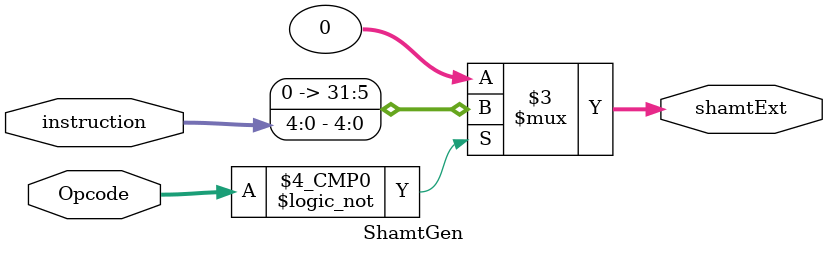
<source format=v>
`timescale 1ns / 1ps


module ShamtGen(Opcode, instruction, shamtExt);
input [5:0] Opcode;
input [4:0] instruction;
output reg [31:0] shamtExt;

always @(*) begin
      case(Opcode)
      6'b000000 : shamtExt =  {{27{0}}, instruction [4:0]};   //sll 
          
     default : shamtExt = 32'b0;
     endcase
end

endmodule

</source>
